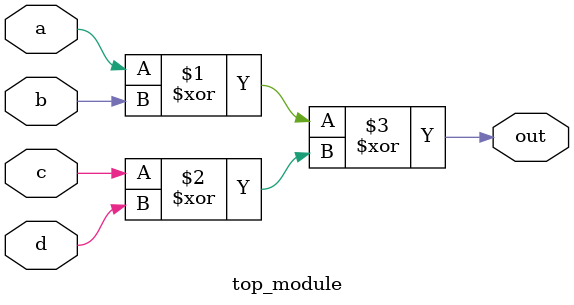
<source format=v>
module top_module(
    input a,
    input b,
    input c,
    input d,
    output out  ); 
    assign out = (a ^ b) ^ (c ^ d);
endmodule

</source>
